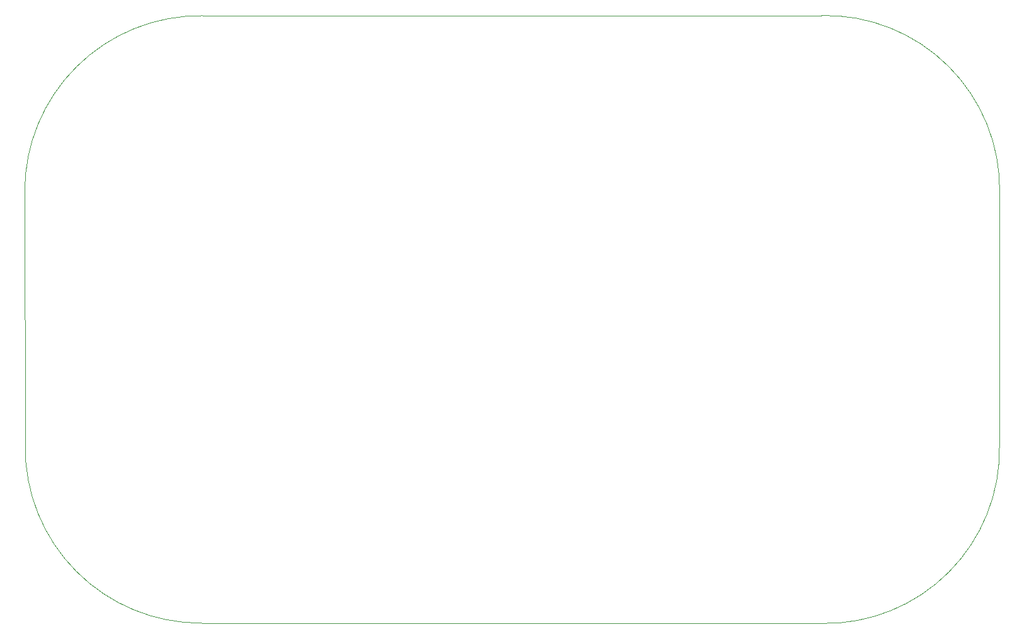
<source format=gbr>
%TF.GenerationSoftware,KiCad,Pcbnew,(6.0.7)*%
%TF.CreationDate,2023-01-09T20:26:50-06:00*%
%TF.ProjectId,Contactor PCB,436f6e74-6163-4746-9f72-205043422e6b,rev?*%
%TF.SameCoordinates,Original*%
%TF.FileFunction,Profile,NP*%
%FSLAX46Y46*%
G04 Gerber Fmt 4.6, Leading zero omitted, Abs format (unit mm)*
G04 Created by KiCad (PCBNEW (6.0.7)) date 2023-01-09 20:26:50*
%MOMM*%
%LPD*%
G01*
G04 APERTURE LIST*
%TA.AperFunction,Profile*%
%ADD10C,0.100000*%
%TD*%
G04 APERTURE END LIST*
D10*
X221471331Y-125714589D02*
G75*
G03*
X245277012Y-101800234I431249J23376639D01*
G01*
X221471331Y-125714581D02*
X138239253Y-125673319D01*
X138328400Y-44069000D02*
X221386400Y-44043600D01*
X114541061Y-101822719D02*
G75*
G03*
X138239253Y-125673319I23558499J-290721D01*
G01*
X114477800Y-67767200D02*
X114541053Y-101822719D01*
X245300747Y-67849281D02*
X245277012Y-101800234D01*
X245300706Y-67849280D02*
G75*
G03*
X221386400Y-44043600I-23376606J431280D01*
G01*
X138328400Y-44068979D02*
G75*
G03*
X114477800Y-67767200I-290700J-23558521D01*
G01*
M02*

</source>
